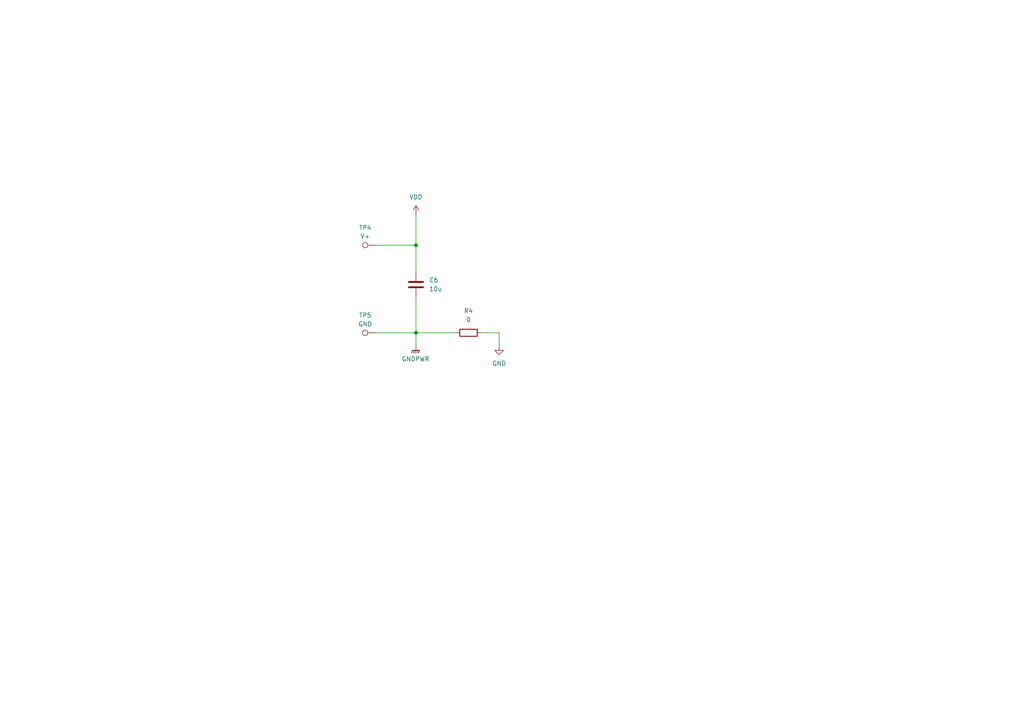
<source format=kicad_sch>
(kicad_sch (version 20231120) (generator "eeschema") (generator_version "8.0")
  (paper "A4")
  (title_block (title "Power"))
  (lib_symbols
    (symbol "Connector:TestPoint" (pin_numbers hide) (pin_names (offset 0.762) hide)
      (property "Reference" "TP" (at 0 6.858 0))
      (property "Value" "TestPoint" (at 0 5.08 0))
      (symbol "TestPoint_0_1"
        (circle (center 0 3.302) (radius 0.762))
      )
      (symbol "TestPoint_1_1"
        (pin passive line (at 0 0 90) (length 2.54) (name "1") (number "1"))
      )
    )
    (symbol "Device:C" (pin_numbers hide) (pin_names (offset 0.254))
      (property "Reference" "C" (at 0.635 2.54 0))
      (property "Value" "C" (at 0.635 -2.54 0))
      (symbol "C_0_1"
        (polyline (pts (xy -2.032 -0.762) (xy 2.032 -0.762)) (stroke (width 0.508)))
        (polyline (pts (xy -2.032 0.762) (xy 2.032 0.762)) (stroke (width 0.508)))
      )
      (symbol "C_1_1"
        (pin passive line (at 0 3.81 270) (length 2.794) (name "~") (number "1"))
        (pin passive line (at 0 -3.81 90) (length 2.794) (name "~") (number "2"))
      )
    )
    (symbol "Device:R" (pin_numbers hide) (pin_names (offset 0))
      (property "Reference" "R" (at 2.032 0 90))
      (property "Value" "R" (at 0 0 90))
      (symbol "R_0_1"
        (rectangle (start -1.016 -2.54) (end 1.016 2.54) (stroke (width 0.254)))
      )
      (symbol "R_1_1"
        (pin passive line (at 0 3.81 270) (length 1.27) (name "~") (number "1"))
        (pin passive line (at 0 -3.81 90) (length 1.27) (name "~") (number "2"))
      )
    )
    (symbol "power:GND" (power) (pin_numbers hide) (pin_names (offset 0) hide)
      (property "Value" "GND" (at 0 -3.81 0))
      (symbol "GND_0_1"
        (polyline (pts (xy 0 0) (xy 0 -1.27) (xy 1.27 -1.27) (xy 0 -2.54) (xy -1.27 -1.27) (xy 0 -1.27)))
      )
      (symbol "GND_1_1"
        (pin power_in line (at 0 0 270) (length 0) (name "~") (number "1"))
      )
    )
    (symbol "power:GNDPWR" (power) (pin_numbers hide) (pin_names (offset 0) hide)
      (property "Value" "GNDPWR" (at 0 -3.302 0))
      (symbol "GNDPWR_0_1"
        (polyline (pts (xy 0 -1.27) (xy 0 0)))
        (polyline (pts (xy -1.016 -1.27) (xy -1.27 -2.032) (xy -1.27 -2.032)) (stroke (width 0.2032)))
        (polyline (pts (xy -0.508 -1.27) (xy -0.762 -2.032) (xy -0.762 -2.032)) (stroke (width 0.2032)))
        (polyline (pts (xy 0 -1.27) (xy -0.254 -2.032) (xy -0.254 -2.032)) (stroke (width 0.2032)))
        (polyline (pts (xy 0.508 -1.27) (xy 0.254 -2.032) (xy 0.254 -2.032)) (stroke (width 0.2032)))
        (polyline (pts (xy 1.016 -1.27) (xy -1.016 -1.27) (xy -1.016 -1.27)) (stroke (width 0.2032)))
        (polyline (pts (xy 1.016 -1.27) (xy 0.762 -2.032) (xy 0.762 -2.032) (xy 0.762 -2.032)) (stroke (width 0.2032)))
      )
      (symbol "GNDPWR_1_1"
        (pin power_in line (at 0 0 270) (length 0) (name "~") (number "1"))
      )
    )
    (symbol "power:VDD" (power) (pin_numbers hide) (pin_names (offset 0) hide)
      (property "Value" "VDD" (at 0 3.556 0))
      (symbol "VDD_0_1"
        (polyline (pts (xy -0.762 1.27) (xy 0 2.54)))
        (polyline (pts (xy 0 0) (xy 0 2.54)))
        (polyline (pts (xy 0 2.54) (xy 0.762 1.27)))
      )
      (symbol "VDD_1_1"
        (pin power_in line (at 0 0 90) (length 0) (name "~") (number "1"))
      )
    )
  )
  (junction (at 120.65 71.12))
  (junction (at 120.65 96.52))
  (wire (pts (xy 120.65 96.52) (xy 132.08 96.52)))
  (wire (pts (xy 144.78 96.52) (xy 144.78 100.33)))
  (wire (pts (xy 120.65 62.23) (xy 120.65 71.12)))
  (wire (pts (xy 109.22 96.52) (xy 120.65 96.52)))
  (wire (pts (xy 109.22 71.12) (xy 120.65 71.12)))
  (wire (pts (xy 120.65 96.52) (xy 120.65 100.33)))
  (wire (pts (xy 139.7 96.52) (xy 144.78 96.52)))
  (wire (pts (xy 120.65 86.36) (xy 120.65 96.52)))
  (wire (pts (xy 120.65 71.12) (xy 120.65 78.74)))
  (symbol (lib_id "Connector:TestPoint") (at 109.22 96.52 90) (unit 1)
    (property "Reference" "TP5" (at 105.918 91.44 90))
    (property "Value" "GND" (at 105.918 93.98 90))
    (property "Footprint" "TestPoint:TestPoint_Pad_3.0x3.0mm" (effects (hide yes)))
    (property "Description" "test point" (effects (hide yes)))
  )
  (symbol (lib_id "Device:R") (at 135.89 96.52 90) (unit 1)
    (property "Reference" "R4" (at 135.89 90.17 90))
    (property "Value" "0" (at 135.89 92.71 90))
    (property "Footprint" "Resistor_SMD:R_0603_1608Metric" (effects (hide yes)))
    (property "Description" "Resistor" (effects (hide yes)))
  )
  (symbol (lib_id "Device:C") (at 120.65 82.55 0) (unit 1)
    (property "Reference" "C6" (at 124.46 81.2799 0) (effects (justify left)))
    (property "Value" "10u" (at 124.46 83.8199 0) (effects (justify left)))
    (property "Footprint" "Capacitor_SMD:C_0805_2012Metric" (effects (hide yes)))
    (property "Description" "Unpolarized capacitor" (effects (hide yes)))
  )
  (symbol (lib_id "power:GNDPWR") (at 120.65 100.33 0) (unit 1)
    (property "Reference" "#PWR08" (effects (hide yes)))
    (property "Value" "GNDPWR" (at 120.523 104.14 0))
    (property "Description" "Power symbol creates a global label with name \"GNDPWR\" , global ground" (effects (hide yes)))
  )
  (symbol (lib_id "power:GND") (at 144.78 100.33 0) (unit 1)
    (property "Reference" "#PWR09" (effects (hide yes)))
    (property "Value" "GND" (at 144.78 105.41 0))
    (property "Description" "Power symbol creates a global label with name \"GND\" , ground" (effects (hide yes)))
  )
  (symbol (lib_id "power:VDD") (at 120.65 62.23 0) (unit 1)
    (property "Reference" "#PWR07" (effects (hide yes)))
    (property "Value" "VDD" (at 120.65 57.15 0))
    (property "Description" "Power symbol creates a global label with name \"VDD\"" (effects (hide yes)))
  )
  (symbol (lib_id "Connector:TestPoint") (at 109.22 71.12 90) (unit 1)
    (property "Reference" "TP4" (at 105.918 66.04 90))
    (property "Value" "V+" (at 105.918 68.58 90))
    (property "Footprint" "TestPoint:TestPoint_Pad_3.0x3.0mm" (effects (hide yes)))
    (property "Description" "test point" (effects (hide yes)))
  )
)
</source>
